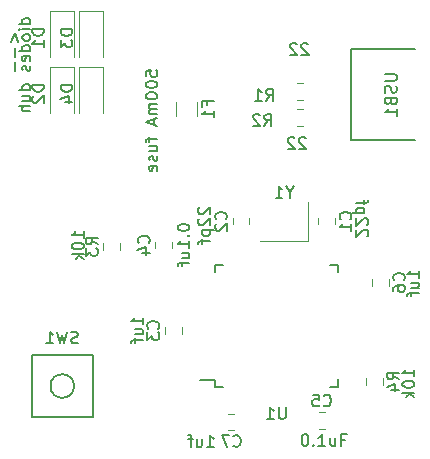
<source format=gbr>
G04 #@! TF.GenerationSoftware,KiCad,Pcbnew,5.1.5*
G04 #@! TF.CreationDate,2020-01-27T21:51:43-06:00*
G04 #@! TF.ProjectId,pcbtut,70636274-7574-42e6-9b69-6361645f7063,rev?*
G04 #@! TF.SameCoordinates,Original*
G04 #@! TF.FileFunction,Legend,Bot*
G04 #@! TF.FilePolarity,Positive*
%FSLAX46Y46*%
G04 Gerber Fmt 4.6, Leading zero omitted, Abs format (unit mm)*
G04 Created by KiCad (PCBNEW 5.1.5) date 2020-01-27 21:51:43*
%MOMM*%
%LPD*%
G04 APERTURE LIST*
%ADD10C,0.150000*%
%ADD11C,0.120000*%
G04 APERTURE END LIST*
D10*
X154709821Y-117887500D02*
X154709821Y-117125595D01*
X154709821Y-116649404D02*
X154709821Y-115887500D01*
X154995535Y-115411309D02*
X154709821Y-114649404D01*
X154424107Y-115411309D01*
X156052380Y-113850000D02*
X155052380Y-113850000D01*
X156004761Y-113850000D02*
X156052380Y-113754761D01*
X156052380Y-113564285D01*
X156004761Y-113469047D01*
X155957142Y-113421428D01*
X155861904Y-113373809D01*
X155576190Y-113373809D01*
X155480952Y-113421428D01*
X155433333Y-113469047D01*
X155385714Y-113564285D01*
X155385714Y-113754761D01*
X155433333Y-113850000D01*
X156052380Y-114326190D02*
X155385714Y-114326190D01*
X155052380Y-114326190D02*
X155100000Y-114278571D01*
X155147619Y-114326190D01*
X155100000Y-114373809D01*
X155052380Y-114326190D01*
X155147619Y-114326190D01*
X156052380Y-114945238D02*
X156004761Y-114850000D01*
X155957142Y-114802380D01*
X155861904Y-114754761D01*
X155576190Y-114754761D01*
X155480952Y-114802380D01*
X155433333Y-114850000D01*
X155385714Y-114945238D01*
X155385714Y-115088095D01*
X155433333Y-115183333D01*
X155480952Y-115230952D01*
X155576190Y-115278571D01*
X155861904Y-115278571D01*
X155957142Y-115230952D01*
X156004761Y-115183333D01*
X156052380Y-115088095D01*
X156052380Y-114945238D01*
X156052380Y-116135714D02*
X155052380Y-116135714D01*
X156004761Y-116135714D02*
X156052380Y-116040476D01*
X156052380Y-115850000D01*
X156004761Y-115754761D01*
X155957142Y-115707142D01*
X155861904Y-115659523D01*
X155576190Y-115659523D01*
X155480952Y-115707142D01*
X155433333Y-115754761D01*
X155385714Y-115850000D01*
X155385714Y-116040476D01*
X155433333Y-116135714D01*
X156004761Y-116992857D02*
X156052380Y-116897619D01*
X156052380Y-116707142D01*
X156004761Y-116611904D01*
X155909523Y-116564285D01*
X155528571Y-116564285D01*
X155433333Y-116611904D01*
X155385714Y-116707142D01*
X155385714Y-116897619D01*
X155433333Y-116992857D01*
X155528571Y-117040476D01*
X155623809Y-117040476D01*
X155719047Y-116564285D01*
X156004761Y-117421428D02*
X156052380Y-117516666D01*
X156052380Y-117707142D01*
X156004761Y-117802380D01*
X155909523Y-117850000D01*
X155861904Y-117850000D01*
X155766666Y-117802380D01*
X155719047Y-117707142D01*
X155719047Y-117564285D01*
X155671428Y-117469047D01*
X155576190Y-117421428D01*
X155528571Y-117421428D01*
X155433333Y-117469047D01*
X155385714Y-117564285D01*
X155385714Y-117707142D01*
X155433333Y-117802380D01*
X156052380Y-119469047D02*
X155052380Y-119469047D01*
X156004761Y-119469047D02*
X156052380Y-119373809D01*
X156052380Y-119183333D01*
X156004761Y-119088095D01*
X155957142Y-119040476D01*
X155861904Y-118992857D01*
X155576190Y-118992857D01*
X155480952Y-119040476D01*
X155433333Y-119088095D01*
X155385714Y-119183333D01*
X155385714Y-119373809D01*
X155433333Y-119469047D01*
X155385714Y-120373809D02*
X156052380Y-120373809D01*
X155385714Y-119945238D02*
X155909523Y-119945238D01*
X156004761Y-119992857D01*
X156052380Y-120088095D01*
X156052380Y-120230952D01*
X156004761Y-120326190D01*
X155957142Y-120373809D01*
X156052380Y-120850000D02*
X155052380Y-120850000D01*
X156052380Y-121278571D02*
X155528571Y-121278571D01*
X155433333Y-121230952D01*
X155385714Y-121135714D01*
X155385714Y-120992857D01*
X155433333Y-120897619D01*
X155480952Y-120850000D01*
X165802380Y-118288095D02*
X165802380Y-117811904D01*
X166278571Y-117764285D01*
X166230952Y-117811904D01*
X166183333Y-117907142D01*
X166183333Y-118145238D01*
X166230952Y-118240476D01*
X166278571Y-118288095D01*
X166373809Y-118335714D01*
X166611904Y-118335714D01*
X166707142Y-118288095D01*
X166754761Y-118240476D01*
X166802380Y-118145238D01*
X166802380Y-117907142D01*
X166754761Y-117811904D01*
X166707142Y-117764285D01*
X165802380Y-118954761D02*
X165802380Y-119050000D01*
X165850000Y-119145238D01*
X165897619Y-119192857D01*
X165992857Y-119240476D01*
X166183333Y-119288095D01*
X166421428Y-119288095D01*
X166611904Y-119240476D01*
X166707142Y-119192857D01*
X166754761Y-119145238D01*
X166802380Y-119050000D01*
X166802380Y-118954761D01*
X166754761Y-118859523D01*
X166707142Y-118811904D01*
X166611904Y-118764285D01*
X166421428Y-118716666D01*
X166183333Y-118716666D01*
X165992857Y-118764285D01*
X165897619Y-118811904D01*
X165850000Y-118859523D01*
X165802380Y-118954761D01*
X165802380Y-119907142D02*
X165802380Y-120002380D01*
X165850000Y-120097619D01*
X165897619Y-120145238D01*
X165992857Y-120192857D01*
X166183333Y-120240476D01*
X166421428Y-120240476D01*
X166611904Y-120192857D01*
X166707142Y-120145238D01*
X166754761Y-120097619D01*
X166802380Y-120002380D01*
X166802380Y-119907142D01*
X166754761Y-119811904D01*
X166707142Y-119764285D01*
X166611904Y-119716666D01*
X166421428Y-119669047D01*
X166183333Y-119669047D01*
X165992857Y-119716666D01*
X165897619Y-119764285D01*
X165850000Y-119811904D01*
X165802380Y-119907142D01*
X166802380Y-120669047D02*
X166135714Y-120669047D01*
X166230952Y-120669047D02*
X166183333Y-120716666D01*
X166135714Y-120811904D01*
X166135714Y-120954761D01*
X166183333Y-121050000D01*
X166278571Y-121097619D01*
X166802380Y-121097619D01*
X166278571Y-121097619D02*
X166183333Y-121145238D01*
X166135714Y-121240476D01*
X166135714Y-121383333D01*
X166183333Y-121478571D01*
X166278571Y-121526190D01*
X166802380Y-121526190D01*
X166516666Y-121954761D02*
X166516666Y-122430952D01*
X166802380Y-121859523D02*
X165802380Y-122192857D01*
X166802380Y-122526190D01*
X166135714Y-123478571D02*
X166135714Y-123859523D01*
X166802380Y-123621428D02*
X165945238Y-123621428D01*
X165850000Y-123669047D01*
X165802380Y-123764285D01*
X165802380Y-123859523D01*
X166135714Y-124621428D02*
X166802380Y-124621428D01*
X166135714Y-124192857D02*
X166659523Y-124192857D01*
X166754761Y-124240476D01*
X166802380Y-124335714D01*
X166802380Y-124478571D01*
X166754761Y-124573809D01*
X166707142Y-124621428D01*
X166754761Y-125050000D02*
X166802380Y-125145238D01*
X166802380Y-125335714D01*
X166754761Y-125430952D01*
X166659523Y-125478571D01*
X166611904Y-125478571D01*
X166516666Y-125430952D01*
X166469047Y-125335714D01*
X166469047Y-125192857D01*
X166421428Y-125097619D01*
X166326190Y-125050000D01*
X166278571Y-125050000D01*
X166183333Y-125097619D01*
X166135714Y-125192857D01*
X166135714Y-125335714D01*
X166183333Y-125430952D01*
X166754761Y-126288095D02*
X166802380Y-126192857D01*
X166802380Y-126002380D01*
X166754761Y-125907142D01*
X166659523Y-125859523D01*
X166278571Y-125859523D01*
X166183333Y-125907142D01*
X166135714Y-126002380D01*
X166135714Y-126192857D01*
X166183333Y-126288095D01*
X166278571Y-126335714D01*
X166373809Y-126335714D01*
X166469047Y-125859523D01*
X179561904Y-115597619D02*
X179514285Y-115550000D01*
X179419047Y-115502380D01*
X179180952Y-115502380D01*
X179085714Y-115550000D01*
X179038095Y-115597619D01*
X178990476Y-115692857D01*
X178990476Y-115788095D01*
X179038095Y-115930952D01*
X179609523Y-116502380D01*
X178990476Y-116502380D01*
X178609523Y-115597619D02*
X178561904Y-115550000D01*
X178466666Y-115502380D01*
X178228571Y-115502380D01*
X178133333Y-115550000D01*
X178085714Y-115597619D01*
X178038095Y-115692857D01*
X178038095Y-115788095D01*
X178085714Y-115930952D01*
X178657142Y-116502380D01*
X178038095Y-116502380D01*
X179361904Y-123547619D02*
X179314285Y-123500000D01*
X179219047Y-123452380D01*
X178980952Y-123452380D01*
X178885714Y-123500000D01*
X178838095Y-123547619D01*
X178790476Y-123642857D01*
X178790476Y-123738095D01*
X178838095Y-123880952D01*
X179409523Y-124452380D01*
X178790476Y-124452380D01*
X178409523Y-123547619D02*
X178361904Y-123500000D01*
X178266666Y-123452380D01*
X178028571Y-123452380D01*
X177933333Y-123500000D01*
X177885714Y-123547619D01*
X177838095Y-123642857D01*
X177838095Y-123738095D01*
X177885714Y-123880952D01*
X178457142Y-124452380D01*
X177838095Y-124452380D01*
X184552380Y-131850000D02*
X184600000Y-131802380D01*
X184647619Y-131707142D01*
X184647619Y-131469047D01*
X184600000Y-131373809D01*
X184552380Y-131326190D01*
X184457142Y-131278571D01*
X184361904Y-131278571D01*
X184219047Y-131326190D01*
X183647619Y-131897619D01*
X183647619Y-131278571D01*
X184552380Y-130897619D02*
X184600000Y-130850000D01*
X184647619Y-130754761D01*
X184647619Y-130516666D01*
X184600000Y-130421428D01*
X184552380Y-130373809D01*
X184457142Y-130326190D01*
X184361904Y-130326190D01*
X184219047Y-130373809D01*
X183647619Y-130945238D01*
X183647619Y-130326190D01*
X184314285Y-129897619D02*
X183314285Y-129897619D01*
X184266666Y-129897619D02*
X184314285Y-129802380D01*
X184314285Y-129611904D01*
X184266666Y-129516666D01*
X184219047Y-129469047D01*
X184123809Y-129421428D01*
X183838095Y-129421428D01*
X183742857Y-129469047D01*
X183695238Y-129516666D01*
X183647619Y-129611904D01*
X183647619Y-129802380D01*
X183695238Y-129897619D01*
X184314285Y-129135714D02*
X184314285Y-128754761D01*
X183647619Y-128992857D02*
X184504761Y-128992857D01*
X184600000Y-128945238D01*
X184647619Y-128850000D01*
X184647619Y-128754761D01*
X170347619Y-129400000D02*
X170300000Y-129447619D01*
X170252380Y-129542857D01*
X170252380Y-129780952D01*
X170300000Y-129876190D01*
X170347619Y-129923809D01*
X170442857Y-129971428D01*
X170538095Y-129971428D01*
X170680952Y-129923809D01*
X171252380Y-129352380D01*
X171252380Y-129971428D01*
X170347619Y-130352380D02*
X170300000Y-130400000D01*
X170252380Y-130495238D01*
X170252380Y-130733333D01*
X170300000Y-130828571D01*
X170347619Y-130876190D01*
X170442857Y-130923809D01*
X170538095Y-130923809D01*
X170680952Y-130876190D01*
X171252380Y-130304761D01*
X171252380Y-130923809D01*
X170585714Y-131352380D02*
X171585714Y-131352380D01*
X170633333Y-131352380D02*
X170585714Y-131447619D01*
X170585714Y-131638095D01*
X170633333Y-131733333D01*
X170680952Y-131780952D01*
X170776190Y-131828571D01*
X171061904Y-131828571D01*
X171157142Y-131780952D01*
X171204761Y-131733333D01*
X171252380Y-131638095D01*
X171252380Y-131447619D01*
X171204761Y-131352380D01*
X170585714Y-132114285D02*
X170585714Y-132495238D01*
X171252380Y-132257142D02*
X170395238Y-132257142D01*
X170300000Y-132304761D01*
X170252380Y-132400000D01*
X170252380Y-132495238D01*
X160552380Y-132004761D02*
X160552380Y-131433333D01*
X160552380Y-131719047D02*
X159552380Y-131719047D01*
X159695238Y-131623809D01*
X159790476Y-131528571D01*
X159838095Y-131433333D01*
X159552380Y-132623809D02*
X159552380Y-132719047D01*
X159600000Y-132814285D01*
X159647619Y-132861904D01*
X159742857Y-132909523D01*
X159933333Y-132957142D01*
X160171428Y-132957142D01*
X160361904Y-132909523D01*
X160457142Y-132861904D01*
X160504761Y-132814285D01*
X160552380Y-132719047D01*
X160552380Y-132623809D01*
X160504761Y-132528571D01*
X160457142Y-132480952D01*
X160361904Y-132433333D01*
X160171428Y-132385714D01*
X159933333Y-132385714D01*
X159742857Y-132433333D01*
X159647619Y-132480952D01*
X159600000Y-132528571D01*
X159552380Y-132623809D01*
X160552380Y-133385714D02*
X159552380Y-133385714D01*
X160171428Y-133480952D02*
X160552380Y-133766666D01*
X159885714Y-133766666D02*
X160266666Y-133385714D01*
X168521130Y-131056250D02*
X168521130Y-131151488D01*
X168568750Y-131246726D01*
X168616369Y-131294345D01*
X168711607Y-131341964D01*
X168902083Y-131389583D01*
X169140178Y-131389583D01*
X169330654Y-131341964D01*
X169425892Y-131294345D01*
X169473511Y-131246726D01*
X169521130Y-131151488D01*
X169521130Y-131056250D01*
X169473511Y-130961011D01*
X169425892Y-130913392D01*
X169330654Y-130865773D01*
X169140178Y-130818154D01*
X168902083Y-130818154D01*
X168711607Y-130865773D01*
X168616369Y-130913392D01*
X168568750Y-130961011D01*
X168521130Y-131056250D01*
X169425892Y-131818154D02*
X169473511Y-131865773D01*
X169521130Y-131818154D01*
X169473511Y-131770535D01*
X169425892Y-131818154D01*
X169521130Y-131818154D01*
X169521130Y-132818154D02*
X169521130Y-132246726D01*
X169521130Y-132532440D02*
X168521130Y-132532440D01*
X168663988Y-132437202D01*
X168759226Y-132341964D01*
X168806845Y-132246726D01*
X168854464Y-133675297D02*
X169521130Y-133675297D01*
X168854464Y-133246726D02*
X169378273Y-133246726D01*
X169473511Y-133294345D01*
X169521130Y-133389583D01*
X169521130Y-133532440D01*
X169473511Y-133627678D01*
X169425892Y-133675297D01*
X168854464Y-134008630D02*
X168854464Y-134389583D01*
X169521130Y-134151488D02*
X168663988Y-134151488D01*
X168568750Y-134199107D01*
X168521130Y-134294345D01*
X168521130Y-134389583D01*
X165602380Y-139297619D02*
X165602380Y-138726190D01*
X165602380Y-139011904D02*
X164602380Y-139011904D01*
X164745238Y-138916666D01*
X164840476Y-138821428D01*
X164888095Y-138726190D01*
X164935714Y-140154761D02*
X165602380Y-140154761D01*
X164935714Y-139726190D02*
X165459523Y-139726190D01*
X165554761Y-139773809D01*
X165602380Y-139869047D01*
X165602380Y-140011904D01*
X165554761Y-140107142D01*
X165507142Y-140154761D01*
X164935714Y-140488095D02*
X164935714Y-140869047D01*
X165602380Y-140630952D02*
X164745238Y-140630952D01*
X164650000Y-140678571D01*
X164602380Y-140773809D01*
X164602380Y-140869047D01*
X171002380Y-149702380D02*
X171573809Y-149702380D01*
X171288095Y-149702380D02*
X171288095Y-148702380D01*
X171383333Y-148845238D01*
X171478571Y-148940476D01*
X171573809Y-148988095D01*
X170145238Y-149035714D02*
X170145238Y-149702380D01*
X170573809Y-149035714D02*
X170573809Y-149559523D01*
X170526190Y-149654761D01*
X170430952Y-149702380D01*
X170288095Y-149702380D01*
X170192857Y-149654761D01*
X170145238Y-149607142D01*
X169811904Y-149035714D02*
X169430952Y-149035714D01*
X169669047Y-149702380D02*
X169669047Y-148845238D01*
X169621428Y-148750000D01*
X169526190Y-148702380D01*
X169430952Y-148702380D01*
X188552380Y-143704761D02*
X188552380Y-143133333D01*
X188552380Y-143419047D02*
X187552380Y-143419047D01*
X187695238Y-143323809D01*
X187790476Y-143228571D01*
X187838095Y-143133333D01*
X187552380Y-144323809D02*
X187552380Y-144419047D01*
X187600000Y-144514285D01*
X187647619Y-144561904D01*
X187742857Y-144609523D01*
X187933333Y-144657142D01*
X188171428Y-144657142D01*
X188361904Y-144609523D01*
X188457142Y-144561904D01*
X188504761Y-144514285D01*
X188552380Y-144419047D01*
X188552380Y-144323809D01*
X188504761Y-144228571D01*
X188457142Y-144180952D01*
X188361904Y-144133333D01*
X188171428Y-144085714D01*
X187933333Y-144085714D01*
X187742857Y-144133333D01*
X187647619Y-144180952D01*
X187600000Y-144228571D01*
X187552380Y-144323809D01*
X188552380Y-145085714D02*
X187552380Y-145085714D01*
X188171428Y-145180952D02*
X188552380Y-145466666D01*
X187885714Y-145466666D02*
X188266666Y-145085714D01*
X188952380Y-135347619D02*
X188952380Y-134776190D01*
X188952380Y-135061904D02*
X187952380Y-135061904D01*
X188095238Y-134966666D01*
X188190476Y-134871428D01*
X188238095Y-134776190D01*
X188285714Y-136204761D02*
X188952380Y-136204761D01*
X188285714Y-135776190D02*
X188809523Y-135776190D01*
X188904761Y-135823809D01*
X188952380Y-135919047D01*
X188952380Y-136061904D01*
X188904761Y-136157142D01*
X188857142Y-136204761D01*
X188285714Y-136538095D02*
X188285714Y-136919047D01*
X188952380Y-136680952D02*
X188095238Y-136680952D01*
X188000000Y-136728571D01*
X187952380Y-136823809D01*
X187952380Y-136919047D01*
D11*
X179526000Y-132245000D02*
X175526000Y-132245000D01*
X179526000Y-128945000D02*
X179526000Y-132245000D01*
D10*
X188650000Y-116006000D02*
X183200000Y-116006000D01*
X188650000Y-123706000D02*
X183200000Y-123706000D01*
X183200000Y-116006000D02*
X183200000Y-123706000D01*
X171719000Y-144014000D02*
X170444000Y-144014000D01*
X182069000Y-144589000D02*
X181394000Y-144589000D01*
X182069000Y-134239000D02*
X181394000Y-134239000D01*
X171719000Y-134239000D02*
X172394000Y-134239000D01*
X171719000Y-144589000D02*
X172394000Y-144589000D01*
X171719000Y-134239000D02*
X171719000Y-134914000D01*
X182069000Y-134239000D02*
X182069000Y-134914000D01*
X182069000Y-144589000D02*
X182069000Y-143914000D01*
X171719000Y-144589000D02*
X171719000Y-144014000D01*
X159750000Y-144526000D02*
G75*
G03X159750000Y-144526000I-1000000J0D01*
G01*
X156150000Y-141926000D02*
X156150000Y-147126000D01*
X161350000Y-141926000D02*
X156150000Y-141926000D01*
X161350000Y-147126000D02*
X161350000Y-141926000D01*
X156150000Y-147126000D02*
X161350000Y-147126000D01*
D11*
X184456000Y-144397252D02*
X184456000Y-143874748D01*
X185876000Y-144397252D02*
X185876000Y-143874748D01*
X163651000Y-132444748D02*
X163651000Y-132967252D01*
X162231000Y-132444748D02*
X162231000Y-132967252D01*
X178613748Y-121090000D02*
X179136252Y-121090000D01*
X178613748Y-122510000D02*
X179136252Y-122510000D01*
X178613748Y-118890000D02*
X179136252Y-118890000D01*
X178613748Y-120310000D02*
X179136252Y-120310000D01*
X168381000Y-121670064D02*
X168381000Y-120465936D01*
X170201000Y-121670064D02*
X170201000Y-120465936D01*
X160163000Y-117511000D02*
X162163000Y-117511000D01*
X162163000Y-117511000D02*
X162163000Y-121411000D01*
X160163000Y-117511000D02*
X160163000Y-121411000D01*
X160163000Y-112781000D02*
X162163000Y-112781000D01*
X162163000Y-112781000D02*
X162163000Y-116681000D01*
X160163000Y-112781000D02*
X160163000Y-116681000D01*
X157750000Y-117510000D02*
X159750000Y-117510000D01*
X159750000Y-117510000D02*
X159750000Y-121410000D01*
X157750000Y-117510000D02*
X157750000Y-121410000D01*
X157750000Y-112781000D02*
X159750000Y-112781000D01*
X159750000Y-112781000D02*
X159750000Y-116681000D01*
X157750000Y-112781000D02*
X157750000Y-116681000D01*
X172807748Y-146864000D02*
X173330252Y-146864000D01*
X172807748Y-148284000D02*
X173330252Y-148284000D01*
X184964000Y-136015252D02*
X184964000Y-135492748D01*
X186384000Y-136015252D02*
X186384000Y-135492748D01*
X180973252Y-148157000D02*
X180450748Y-148157000D01*
X180973252Y-146737000D02*
X180450748Y-146737000D01*
X168064000Y-132317748D02*
X168064000Y-132840252D01*
X166644000Y-132317748D02*
X166644000Y-132840252D01*
X168858000Y-139565748D02*
X168858000Y-140088252D01*
X167438000Y-139565748D02*
X167438000Y-140088252D01*
X174605000Y-130317748D02*
X174605000Y-130840252D01*
X173185000Y-130317748D02*
X173185000Y-130840252D01*
X180424000Y-130840252D02*
X180424000Y-130317748D01*
X181844000Y-130840252D02*
X181844000Y-130317748D01*
D10*
X178002190Y-128121190D02*
X178002190Y-128597380D01*
X178335523Y-127597380D02*
X178002190Y-128121190D01*
X177668857Y-127597380D01*
X176811714Y-128597380D02*
X177383142Y-128597380D01*
X177097428Y-128597380D02*
X177097428Y-127597380D01*
X177192666Y-127740238D01*
X177287904Y-127835476D01*
X177383142Y-127883095D01*
X186070380Y-118117904D02*
X186879904Y-118117904D01*
X186975142Y-118165523D01*
X187022761Y-118213142D01*
X187070380Y-118308380D01*
X187070380Y-118498857D01*
X187022761Y-118594095D01*
X186975142Y-118641714D01*
X186879904Y-118689333D01*
X186070380Y-118689333D01*
X187022761Y-119117904D02*
X187070380Y-119260761D01*
X187070380Y-119498857D01*
X187022761Y-119594095D01*
X186975142Y-119641714D01*
X186879904Y-119689333D01*
X186784666Y-119689333D01*
X186689428Y-119641714D01*
X186641809Y-119594095D01*
X186594190Y-119498857D01*
X186546571Y-119308380D01*
X186498952Y-119213142D01*
X186451333Y-119165523D01*
X186356095Y-119117904D01*
X186260857Y-119117904D01*
X186165619Y-119165523D01*
X186118000Y-119213142D01*
X186070380Y-119308380D01*
X186070380Y-119546476D01*
X186118000Y-119689333D01*
X186546571Y-120451238D02*
X186594190Y-120594095D01*
X186641809Y-120641714D01*
X186737047Y-120689333D01*
X186879904Y-120689333D01*
X186975142Y-120641714D01*
X187022761Y-120594095D01*
X187070380Y-120498857D01*
X187070380Y-120117904D01*
X186070380Y-120117904D01*
X186070380Y-120451238D01*
X186118000Y-120546476D01*
X186165619Y-120594095D01*
X186260857Y-120641714D01*
X186356095Y-120641714D01*
X186451333Y-120594095D01*
X186498952Y-120546476D01*
X186546571Y-120451238D01*
X186546571Y-120117904D01*
X187070380Y-121641714D02*
X187070380Y-121070285D01*
X187070380Y-121356000D02*
X186070380Y-121356000D01*
X186213238Y-121260761D01*
X186308476Y-121165523D01*
X186356095Y-121070285D01*
X177655904Y-146316380D02*
X177655904Y-147125904D01*
X177608285Y-147221142D01*
X177560666Y-147268761D01*
X177465428Y-147316380D01*
X177274952Y-147316380D01*
X177179714Y-147268761D01*
X177132095Y-147221142D01*
X177084476Y-147125904D01*
X177084476Y-146316380D01*
X176084476Y-147316380D02*
X176655904Y-147316380D01*
X176370190Y-147316380D02*
X176370190Y-146316380D01*
X176465428Y-146459238D01*
X176560666Y-146554476D01*
X176655904Y-146602095D01*
X160083333Y-140866761D02*
X159940476Y-140914380D01*
X159702380Y-140914380D01*
X159607142Y-140866761D01*
X159559523Y-140819142D01*
X159511904Y-140723904D01*
X159511904Y-140628666D01*
X159559523Y-140533428D01*
X159607142Y-140485809D01*
X159702380Y-140438190D01*
X159892857Y-140390571D01*
X159988095Y-140342952D01*
X160035714Y-140295333D01*
X160083333Y-140200095D01*
X160083333Y-140104857D01*
X160035714Y-140009619D01*
X159988095Y-139962000D01*
X159892857Y-139914380D01*
X159654761Y-139914380D01*
X159511904Y-139962000D01*
X159178571Y-139914380D02*
X158940476Y-140914380D01*
X158750000Y-140200095D01*
X158559523Y-140914380D01*
X158321428Y-139914380D01*
X157416666Y-140914380D02*
X157988095Y-140914380D01*
X157702380Y-140914380D02*
X157702380Y-139914380D01*
X157797619Y-140057238D01*
X157892857Y-140152476D01*
X157988095Y-140200095D01*
X187268380Y-143969333D02*
X186792190Y-143636000D01*
X187268380Y-143397904D02*
X186268380Y-143397904D01*
X186268380Y-143778857D01*
X186316000Y-143874095D01*
X186363619Y-143921714D01*
X186458857Y-143969333D01*
X186601714Y-143969333D01*
X186696952Y-143921714D01*
X186744571Y-143874095D01*
X186792190Y-143778857D01*
X186792190Y-143397904D01*
X186601714Y-144826476D02*
X187268380Y-144826476D01*
X186220761Y-144588380D02*
X186935047Y-144350285D01*
X186935047Y-144969333D01*
X161743380Y-132539333D02*
X161267190Y-132206000D01*
X161743380Y-131967904D02*
X160743380Y-131967904D01*
X160743380Y-132348857D01*
X160791000Y-132444095D01*
X160838619Y-132491714D01*
X160933857Y-132539333D01*
X161076714Y-132539333D01*
X161171952Y-132491714D01*
X161219571Y-132444095D01*
X161267190Y-132348857D01*
X161267190Y-131967904D01*
X160743380Y-132872666D02*
X160743380Y-133491714D01*
X161124333Y-133158380D01*
X161124333Y-133301238D01*
X161171952Y-133396476D01*
X161219571Y-133444095D01*
X161314809Y-133491714D01*
X161552904Y-133491714D01*
X161648142Y-133444095D01*
X161695761Y-133396476D01*
X161743380Y-133301238D01*
X161743380Y-133015523D01*
X161695761Y-132920285D01*
X161648142Y-132872666D01*
X175866666Y-122502380D02*
X176200000Y-122026190D01*
X176438095Y-122502380D02*
X176438095Y-121502380D01*
X176057142Y-121502380D01*
X175961904Y-121550000D01*
X175914285Y-121597619D01*
X175866666Y-121692857D01*
X175866666Y-121835714D01*
X175914285Y-121930952D01*
X175961904Y-121978571D01*
X176057142Y-122026190D01*
X176438095Y-122026190D01*
X175485714Y-121597619D02*
X175438095Y-121550000D01*
X175342857Y-121502380D01*
X175104761Y-121502380D01*
X175009523Y-121550000D01*
X174961904Y-121597619D01*
X174914285Y-121692857D01*
X174914285Y-121788095D01*
X174961904Y-121930952D01*
X175533333Y-122502380D01*
X174914285Y-122502380D01*
X176016666Y-120352380D02*
X176350000Y-119876190D01*
X176588095Y-120352380D02*
X176588095Y-119352380D01*
X176207142Y-119352380D01*
X176111904Y-119400000D01*
X176064285Y-119447619D01*
X176016666Y-119542857D01*
X176016666Y-119685714D01*
X176064285Y-119780952D01*
X176111904Y-119828571D01*
X176207142Y-119876190D01*
X176588095Y-119876190D01*
X175064285Y-120352380D02*
X175635714Y-120352380D01*
X175350000Y-120352380D02*
X175350000Y-119352380D01*
X175445238Y-119495238D01*
X175540476Y-119590476D01*
X175635714Y-119638095D01*
X171039571Y-120734666D02*
X171039571Y-120401333D01*
X171563380Y-120401333D02*
X170563380Y-120401333D01*
X170563380Y-120877523D01*
X171563380Y-121782285D02*
X171563380Y-121210857D01*
X171563380Y-121496571D02*
X170563380Y-121496571D01*
X170706238Y-121401333D01*
X170801476Y-121306095D01*
X170849095Y-121210857D01*
X159615380Y-119022904D02*
X158615380Y-119022904D01*
X158615380Y-119261000D01*
X158663000Y-119403857D01*
X158758238Y-119499095D01*
X158853476Y-119546714D01*
X159043952Y-119594333D01*
X159186809Y-119594333D01*
X159377285Y-119546714D01*
X159472523Y-119499095D01*
X159567761Y-119403857D01*
X159615380Y-119261000D01*
X159615380Y-119022904D01*
X158948714Y-120451476D02*
X159615380Y-120451476D01*
X158567761Y-120213380D02*
X159282047Y-119975285D01*
X159282047Y-120594333D01*
X159615380Y-114292904D02*
X158615380Y-114292904D01*
X158615380Y-114531000D01*
X158663000Y-114673857D01*
X158758238Y-114769095D01*
X158853476Y-114816714D01*
X159043952Y-114864333D01*
X159186809Y-114864333D01*
X159377285Y-114816714D01*
X159472523Y-114769095D01*
X159567761Y-114673857D01*
X159615380Y-114531000D01*
X159615380Y-114292904D01*
X158615380Y-115197666D02*
X158615380Y-115816714D01*
X158996333Y-115483380D01*
X158996333Y-115626238D01*
X159043952Y-115721476D01*
X159091571Y-115769095D01*
X159186809Y-115816714D01*
X159424904Y-115816714D01*
X159520142Y-115769095D01*
X159567761Y-115721476D01*
X159615380Y-115626238D01*
X159615380Y-115340523D01*
X159567761Y-115245285D01*
X159520142Y-115197666D01*
X157202380Y-119021904D02*
X156202380Y-119021904D01*
X156202380Y-119260000D01*
X156250000Y-119402857D01*
X156345238Y-119498095D01*
X156440476Y-119545714D01*
X156630952Y-119593333D01*
X156773809Y-119593333D01*
X156964285Y-119545714D01*
X157059523Y-119498095D01*
X157154761Y-119402857D01*
X157202380Y-119260000D01*
X157202380Y-119021904D01*
X156297619Y-119974285D02*
X156250000Y-120021904D01*
X156202380Y-120117142D01*
X156202380Y-120355238D01*
X156250000Y-120450476D01*
X156297619Y-120498095D01*
X156392857Y-120545714D01*
X156488095Y-120545714D01*
X156630952Y-120498095D01*
X157202380Y-119926666D01*
X157202380Y-120545714D01*
X157202380Y-114292904D02*
X156202380Y-114292904D01*
X156202380Y-114531000D01*
X156250000Y-114673857D01*
X156345238Y-114769095D01*
X156440476Y-114816714D01*
X156630952Y-114864333D01*
X156773809Y-114864333D01*
X156964285Y-114816714D01*
X157059523Y-114769095D01*
X157154761Y-114673857D01*
X157202380Y-114531000D01*
X157202380Y-114292904D01*
X157202380Y-115816714D02*
X157202380Y-115245285D01*
X157202380Y-115531000D02*
X156202380Y-115531000D01*
X156345238Y-115435761D01*
X156440476Y-115340523D01*
X156488095Y-115245285D01*
X173235666Y-149581142D02*
X173283285Y-149628761D01*
X173426142Y-149676380D01*
X173521380Y-149676380D01*
X173664238Y-149628761D01*
X173759476Y-149533523D01*
X173807095Y-149438285D01*
X173854714Y-149247809D01*
X173854714Y-149104952D01*
X173807095Y-148914476D01*
X173759476Y-148819238D01*
X173664238Y-148724000D01*
X173521380Y-148676380D01*
X173426142Y-148676380D01*
X173283285Y-148724000D01*
X173235666Y-148771619D01*
X172902333Y-148676380D02*
X172235666Y-148676380D01*
X172664238Y-149676380D01*
X187681142Y-135587333D02*
X187728761Y-135539714D01*
X187776380Y-135396857D01*
X187776380Y-135301619D01*
X187728761Y-135158761D01*
X187633523Y-135063523D01*
X187538285Y-135015904D01*
X187347809Y-134968285D01*
X187204952Y-134968285D01*
X187014476Y-135015904D01*
X186919238Y-135063523D01*
X186824000Y-135158761D01*
X186776380Y-135301619D01*
X186776380Y-135396857D01*
X186824000Y-135539714D01*
X186871619Y-135587333D01*
X186776380Y-136444476D02*
X186776380Y-136254000D01*
X186824000Y-136158761D01*
X186871619Y-136111142D01*
X187014476Y-136015904D01*
X187204952Y-135968285D01*
X187585904Y-135968285D01*
X187681142Y-136015904D01*
X187728761Y-136063523D01*
X187776380Y-136158761D01*
X187776380Y-136349238D01*
X187728761Y-136444476D01*
X187681142Y-136492095D01*
X187585904Y-136539714D01*
X187347809Y-136539714D01*
X187252571Y-136492095D01*
X187204952Y-136444476D01*
X187157333Y-136349238D01*
X187157333Y-136158761D01*
X187204952Y-136063523D01*
X187252571Y-136015904D01*
X187347809Y-135968285D01*
X180878666Y-146154142D02*
X180926285Y-146201761D01*
X181069142Y-146249380D01*
X181164380Y-146249380D01*
X181307238Y-146201761D01*
X181402476Y-146106523D01*
X181450095Y-146011285D01*
X181497714Y-145820809D01*
X181497714Y-145677952D01*
X181450095Y-145487476D01*
X181402476Y-145392238D01*
X181307238Y-145297000D01*
X181164380Y-145249380D01*
X181069142Y-145249380D01*
X180926285Y-145297000D01*
X180878666Y-145344619D01*
X179973904Y-145249380D02*
X180450095Y-145249380D01*
X180497714Y-145725571D01*
X180450095Y-145677952D01*
X180354857Y-145630333D01*
X180116761Y-145630333D01*
X180021523Y-145677952D01*
X179973904Y-145725571D01*
X179926285Y-145820809D01*
X179926285Y-146058904D01*
X179973904Y-146154142D01*
X180021523Y-146201761D01*
X180116761Y-146249380D01*
X180354857Y-146249380D01*
X180450095Y-146201761D01*
X180497714Y-146154142D01*
X179257142Y-148602380D02*
X179352380Y-148602380D01*
X179447619Y-148650000D01*
X179495238Y-148697619D01*
X179542857Y-148792857D01*
X179590476Y-148983333D01*
X179590476Y-149221428D01*
X179542857Y-149411904D01*
X179495238Y-149507142D01*
X179447619Y-149554761D01*
X179352380Y-149602380D01*
X179257142Y-149602380D01*
X179161904Y-149554761D01*
X179114285Y-149507142D01*
X179066666Y-149411904D01*
X179019047Y-149221428D01*
X179019047Y-148983333D01*
X179066666Y-148792857D01*
X179114285Y-148697619D01*
X179161904Y-148650000D01*
X179257142Y-148602380D01*
X180019047Y-149507142D02*
X180066666Y-149554761D01*
X180019047Y-149602380D01*
X179971428Y-149554761D01*
X180019047Y-149507142D01*
X180019047Y-149602380D01*
X181019047Y-149602380D02*
X180447619Y-149602380D01*
X180733333Y-149602380D02*
X180733333Y-148602380D01*
X180638095Y-148745238D01*
X180542857Y-148840476D01*
X180447619Y-148888095D01*
X181876190Y-148935714D02*
X181876190Y-149602380D01*
X181447619Y-148935714D02*
X181447619Y-149459523D01*
X181495238Y-149554761D01*
X181590476Y-149602380D01*
X181733333Y-149602380D01*
X181828571Y-149554761D01*
X181876190Y-149507142D01*
X182685714Y-149078571D02*
X182352380Y-149078571D01*
X182352380Y-149602380D02*
X182352380Y-148602380D01*
X182828571Y-148602380D01*
X166061142Y-132412333D02*
X166108761Y-132364714D01*
X166156380Y-132221857D01*
X166156380Y-132126619D01*
X166108761Y-131983761D01*
X166013523Y-131888523D01*
X165918285Y-131840904D01*
X165727809Y-131793285D01*
X165584952Y-131793285D01*
X165394476Y-131840904D01*
X165299238Y-131888523D01*
X165204000Y-131983761D01*
X165156380Y-132126619D01*
X165156380Y-132221857D01*
X165204000Y-132364714D01*
X165251619Y-132412333D01*
X165489714Y-133269476D02*
X166156380Y-133269476D01*
X165108761Y-133031380D02*
X165823047Y-132793285D01*
X165823047Y-133412333D01*
X166855142Y-139660333D02*
X166902761Y-139612714D01*
X166950380Y-139469857D01*
X166950380Y-139374619D01*
X166902761Y-139231761D01*
X166807523Y-139136523D01*
X166712285Y-139088904D01*
X166521809Y-139041285D01*
X166378952Y-139041285D01*
X166188476Y-139088904D01*
X166093238Y-139136523D01*
X165998000Y-139231761D01*
X165950380Y-139374619D01*
X165950380Y-139469857D01*
X165998000Y-139612714D01*
X166045619Y-139660333D01*
X165950380Y-139993666D02*
X165950380Y-140612714D01*
X166331333Y-140279380D01*
X166331333Y-140422238D01*
X166378952Y-140517476D01*
X166426571Y-140565095D01*
X166521809Y-140612714D01*
X166759904Y-140612714D01*
X166855142Y-140565095D01*
X166902761Y-140517476D01*
X166950380Y-140422238D01*
X166950380Y-140136523D01*
X166902761Y-140041285D01*
X166855142Y-139993666D01*
X172602142Y-130412333D02*
X172649761Y-130364714D01*
X172697380Y-130221857D01*
X172697380Y-130126619D01*
X172649761Y-129983761D01*
X172554523Y-129888523D01*
X172459285Y-129840904D01*
X172268809Y-129793285D01*
X172125952Y-129793285D01*
X171935476Y-129840904D01*
X171840238Y-129888523D01*
X171745000Y-129983761D01*
X171697380Y-130126619D01*
X171697380Y-130221857D01*
X171745000Y-130364714D01*
X171792619Y-130412333D01*
X171792619Y-130793285D02*
X171745000Y-130840904D01*
X171697380Y-130936142D01*
X171697380Y-131174238D01*
X171745000Y-131269476D01*
X171792619Y-131317095D01*
X171887857Y-131364714D01*
X171983095Y-131364714D01*
X172125952Y-131317095D01*
X172697380Y-130745666D01*
X172697380Y-131364714D01*
X183141142Y-130412333D02*
X183188761Y-130364714D01*
X183236380Y-130221857D01*
X183236380Y-130126619D01*
X183188761Y-129983761D01*
X183093523Y-129888523D01*
X182998285Y-129840904D01*
X182807809Y-129793285D01*
X182664952Y-129793285D01*
X182474476Y-129840904D01*
X182379238Y-129888523D01*
X182284000Y-129983761D01*
X182236380Y-130126619D01*
X182236380Y-130221857D01*
X182284000Y-130364714D01*
X182331619Y-130412333D01*
X183236380Y-131364714D02*
X183236380Y-130793285D01*
X183236380Y-131079000D02*
X182236380Y-131079000D01*
X182379238Y-130983761D01*
X182474476Y-130888523D01*
X182522095Y-130793285D01*
M02*

</source>
